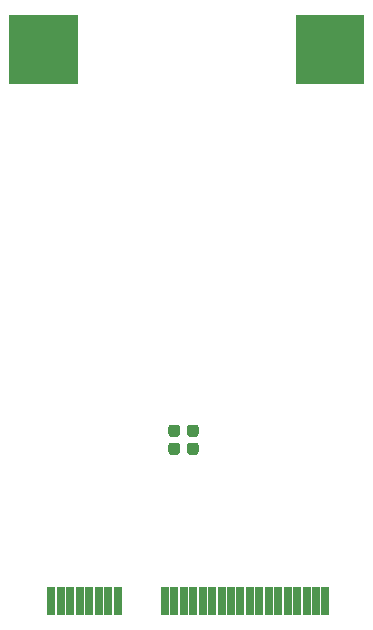
<source format=gbs>
G04 #@! TF.GenerationSoftware,KiCad,Pcbnew,(5.1.6)-1*
G04 #@! TF.CreationDate,2021-01-10T11:39:08+11:00*
G04 #@! TF.ProjectId,mPCIe-GNSS,6d504349-652d-4474-9e53-532e6b696361,1*
G04 #@! TF.SameCoordinates,Original*
G04 #@! TF.FileFunction,Soldermask,Bot*
G04 #@! TF.FilePolarity,Negative*
%FSLAX46Y46*%
G04 Gerber Fmt 4.6, Leading zero omitted, Abs format (unit mm)*
G04 Created by KiCad (PCBNEW (5.1.6)-1) date 2021-01-10 11:39:08*
%MOMM*%
%LPD*%
G01*
G04 APERTURE LIST*
%ADD10C,0.100000*%
%ADD11R,0.700000X2.450000*%
G04 APERTURE END LIST*
D10*
G36*
X122555000Y-83058000D02*
G01*
X116840000Y-83058000D01*
X116840000Y-77343000D01*
X122555000Y-77343000D01*
X122555000Y-83058000D01*
G37*
X122555000Y-83058000D02*
X116840000Y-83058000D01*
X116840000Y-77343000D01*
X122555000Y-77343000D01*
X122555000Y-83058000D01*
G36*
X146812000Y-83058000D02*
G01*
X141097000Y-83058000D01*
X141097000Y-77343000D01*
X146812000Y-77343000D01*
X146812000Y-83058000D01*
G37*
X146812000Y-83058000D02*
X141097000Y-83058000D01*
X141097000Y-77343000D01*
X146812000Y-77343000D01*
X146812000Y-83058000D01*
D11*
X120395000Y-126895000D03*
X121195000Y-126895000D03*
X121995000Y-126895000D03*
X122795000Y-126895000D03*
X123595000Y-126895000D03*
X124395000Y-126895000D03*
X125195000Y-126895000D03*
X125995000Y-126895000D03*
X143595000Y-126895000D03*
X142795000Y-126895000D03*
X141995000Y-126895000D03*
X141195000Y-126895000D03*
X140395000Y-126895000D03*
X139595000Y-126895000D03*
X138795000Y-126895000D03*
X137995000Y-126895000D03*
X137195000Y-126895000D03*
X136395000Y-126895000D03*
X135595000Y-126895000D03*
X134795000Y-126895000D03*
X133995000Y-126895000D03*
X133195000Y-126895000D03*
X132395000Y-126895000D03*
X131595000Y-126895000D03*
X130795000Y-126895000D03*
X129995000Y-126895000D03*
G36*
G01*
X131272000Y-113764750D02*
X131272000Y-114327250D01*
G75*
G02*
X131028250Y-114571000I-243750J0D01*
G01*
X130540750Y-114571000D01*
G75*
G02*
X130297000Y-114327250I0J243750D01*
G01*
X130297000Y-113764750D01*
G75*
G02*
X130540750Y-113521000I243750J0D01*
G01*
X131028250Y-113521000D01*
G75*
G02*
X131272000Y-113764750I0J-243750D01*
G01*
G37*
G36*
G01*
X132847000Y-113764750D02*
X132847000Y-114327250D01*
G75*
G02*
X132603250Y-114571000I-243750J0D01*
G01*
X132115750Y-114571000D01*
G75*
G02*
X131872000Y-114327250I0J243750D01*
G01*
X131872000Y-113764750D01*
G75*
G02*
X132115750Y-113521000I243750J0D01*
G01*
X132603250Y-113521000D01*
G75*
G02*
X132847000Y-113764750I0J-243750D01*
G01*
G37*
G36*
G01*
X131872000Y-112803250D02*
X131872000Y-112240750D01*
G75*
G02*
X132115750Y-111997000I243750J0D01*
G01*
X132603250Y-111997000D01*
G75*
G02*
X132847000Y-112240750I0J-243750D01*
G01*
X132847000Y-112803250D01*
G75*
G02*
X132603250Y-113047000I-243750J0D01*
G01*
X132115750Y-113047000D01*
G75*
G02*
X131872000Y-112803250I0J243750D01*
G01*
G37*
G36*
G01*
X130297000Y-112803250D02*
X130297000Y-112240750D01*
G75*
G02*
X130540750Y-111997000I243750J0D01*
G01*
X131028250Y-111997000D01*
G75*
G02*
X131272000Y-112240750I0J-243750D01*
G01*
X131272000Y-112803250D01*
G75*
G02*
X131028250Y-113047000I-243750J0D01*
G01*
X130540750Y-113047000D01*
G75*
G02*
X130297000Y-112803250I0J243750D01*
G01*
G37*
M02*

</source>
